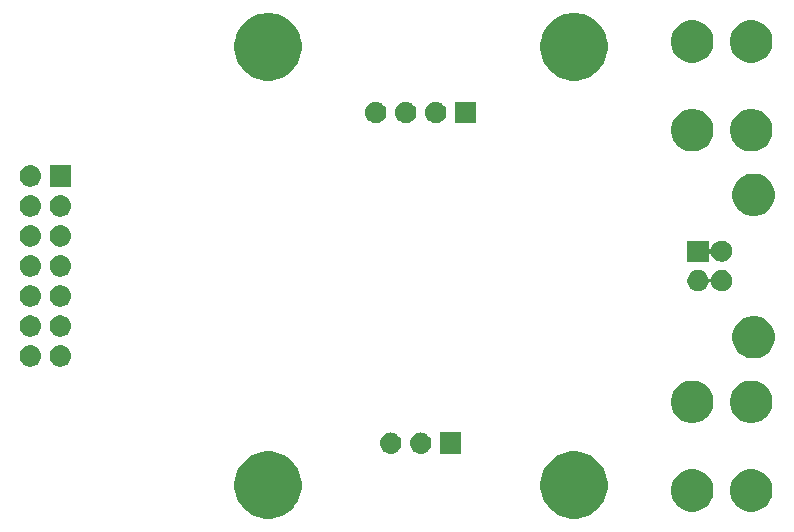
<source format=gbr>
G04 #@! TF.GenerationSoftware,KiCad,Pcbnew,(5.0.2)-1*
G04 #@! TF.CreationDate,2019-03-19T19:21:29-04:00*
G04 #@! TF.ProjectId,Keithley_17X_USB,4b656974-686c-4657-995f-3137585f5553,rev?*
G04 #@! TF.SameCoordinates,Original*
G04 #@! TF.FileFunction,Soldermask,Bot*
G04 #@! TF.FilePolarity,Negative*
%FSLAX46Y46*%
G04 Gerber Fmt 4.6, Leading zero omitted, Abs format (unit mm)*
G04 Created by KiCad (PCBNEW (5.0.2)-1) date 3/19/2019 7:21:29 PM*
%MOMM*%
%LPD*%
G01*
G04 APERTURE LIST*
%ADD10C,0.100000*%
G04 APERTURE END LIST*
D10*
G36*
X122051160Y-87002778D02*
X122331606Y-87058562D01*
X122850455Y-87273476D01*
X123314259Y-87583380D01*
X123317410Y-87585486D01*
X123714514Y-87982590D01*
X123714516Y-87982593D01*
X124026524Y-88449545D01*
X124241438Y-88968394D01*
X124241438Y-88968395D01*
X124326675Y-89396908D01*
X124351000Y-89519201D01*
X124351000Y-90080799D01*
X124241438Y-90631606D01*
X124026524Y-91150455D01*
X123716620Y-91614259D01*
X123714514Y-91617410D01*
X123317410Y-92014514D01*
X123317407Y-92014516D01*
X122850455Y-92326524D01*
X122331606Y-92541438D01*
X121780800Y-92651000D01*
X121219200Y-92651000D01*
X120668394Y-92541438D01*
X120149545Y-92326524D01*
X119682593Y-92014516D01*
X119682590Y-92014514D01*
X119285486Y-91617410D01*
X119283380Y-91614259D01*
X118973476Y-91150455D01*
X118758562Y-90631606D01*
X118649000Y-90080799D01*
X118649000Y-89519201D01*
X118673326Y-89396908D01*
X118758562Y-88968395D01*
X118758562Y-88968394D01*
X118973476Y-88449545D01*
X119285484Y-87982593D01*
X119285486Y-87982590D01*
X119682590Y-87585486D01*
X119685741Y-87583380D01*
X120149545Y-87273476D01*
X120668394Y-87058562D01*
X120948840Y-87002778D01*
X121219200Y-86949000D01*
X121780800Y-86949000D01*
X122051160Y-87002778D01*
X122051160Y-87002778D01*
G37*
G36*
X96151160Y-87002778D02*
X96431606Y-87058562D01*
X96950455Y-87273476D01*
X97414259Y-87583380D01*
X97417410Y-87585486D01*
X97814514Y-87982590D01*
X97814516Y-87982593D01*
X98126524Y-88449545D01*
X98341438Y-88968394D01*
X98341438Y-88968395D01*
X98426675Y-89396908D01*
X98451000Y-89519201D01*
X98451000Y-90080799D01*
X98341438Y-90631606D01*
X98126524Y-91150455D01*
X97816620Y-91614259D01*
X97814514Y-91617410D01*
X97417410Y-92014514D01*
X97417407Y-92014516D01*
X96950455Y-92326524D01*
X96431606Y-92541438D01*
X95880800Y-92651000D01*
X95319200Y-92651000D01*
X94768394Y-92541438D01*
X94249545Y-92326524D01*
X93782593Y-92014516D01*
X93782590Y-92014514D01*
X93385486Y-91617410D01*
X93383380Y-91614259D01*
X93073476Y-91150455D01*
X92858562Y-90631606D01*
X92749000Y-90080799D01*
X92749000Y-89519201D01*
X92773326Y-89396908D01*
X92858562Y-88968395D01*
X92858562Y-88968394D01*
X93073476Y-88449545D01*
X93385484Y-87982593D01*
X93385486Y-87982590D01*
X93782590Y-87585486D01*
X93785741Y-87583380D01*
X94249545Y-87273476D01*
X94768394Y-87058562D01*
X95048840Y-87002778D01*
X95319200Y-86949000D01*
X95880800Y-86949000D01*
X96151160Y-87002778D01*
X96151160Y-87002778D01*
G37*
G36*
X132025331Y-88518211D02*
X132353092Y-88653974D01*
X132648073Y-88851074D01*
X132898926Y-89101927D01*
X133096026Y-89396908D01*
X133231789Y-89724669D01*
X133301000Y-90072616D01*
X133301000Y-90427384D01*
X133231789Y-90775331D01*
X133096026Y-91103092D01*
X132898926Y-91398073D01*
X132648073Y-91648926D01*
X132353092Y-91846026D01*
X132025331Y-91981789D01*
X131677384Y-92051000D01*
X131322616Y-92051000D01*
X130974669Y-91981789D01*
X130646908Y-91846026D01*
X130351927Y-91648926D01*
X130101074Y-91398073D01*
X129903974Y-91103092D01*
X129768211Y-90775331D01*
X129699000Y-90427384D01*
X129699000Y-90072616D01*
X129768211Y-89724669D01*
X129903974Y-89396908D01*
X130101074Y-89101927D01*
X130351927Y-88851074D01*
X130646908Y-88653974D01*
X130974669Y-88518211D01*
X131322616Y-88449000D01*
X131677384Y-88449000D01*
X132025331Y-88518211D01*
X132025331Y-88518211D01*
G37*
G36*
X137025331Y-88518211D02*
X137353092Y-88653974D01*
X137648073Y-88851074D01*
X137898926Y-89101927D01*
X138096026Y-89396908D01*
X138231789Y-89724669D01*
X138301000Y-90072616D01*
X138301000Y-90427384D01*
X138231789Y-90775331D01*
X138096026Y-91103092D01*
X137898926Y-91398073D01*
X137648073Y-91648926D01*
X137353092Y-91846026D01*
X137025331Y-91981789D01*
X136677384Y-92051000D01*
X136322616Y-92051000D01*
X135974669Y-91981789D01*
X135646908Y-91846026D01*
X135351927Y-91648926D01*
X135101074Y-91398073D01*
X134903974Y-91103092D01*
X134768211Y-90775331D01*
X134699000Y-90427384D01*
X134699000Y-90072616D01*
X134768211Y-89724669D01*
X134903974Y-89396908D01*
X135101074Y-89101927D01*
X135351927Y-88851074D01*
X135646908Y-88653974D01*
X135974669Y-88518211D01*
X136322616Y-88449000D01*
X136677384Y-88449000D01*
X137025331Y-88518211D01*
X137025331Y-88518211D01*
G37*
G36*
X106095442Y-85355518D02*
X106161627Y-85362037D01*
X106274853Y-85396384D01*
X106331467Y-85413557D01*
X106470087Y-85487652D01*
X106487991Y-85497222D01*
X106523729Y-85526552D01*
X106625186Y-85609814D01*
X106708448Y-85711271D01*
X106737778Y-85747009D01*
X106737779Y-85747011D01*
X106821443Y-85903533D01*
X106821443Y-85903534D01*
X106872963Y-86073373D01*
X106890359Y-86250000D01*
X106872963Y-86426627D01*
X106838616Y-86539853D01*
X106821443Y-86596467D01*
X106747348Y-86735087D01*
X106737778Y-86752991D01*
X106708448Y-86788729D01*
X106625186Y-86890186D01*
X106523729Y-86973448D01*
X106487991Y-87002778D01*
X106487989Y-87002779D01*
X106331467Y-87086443D01*
X106274853Y-87103616D01*
X106161627Y-87137963D01*
X106095443Y-87144481D01*
X106029260Y-87151000D01*
X105940740Y-87151000D01*
X105874557Y-87144481D01*
X105808373Y-87137963D01*
X105695147Y-87103616D01*
X105638533Y-87086443D01*
X105482011Y-87002779D01*
X105482009Y-87002778D01*
X105446271Y-86973448D01*
X105344814Y-86890186D01*
X105261552Y-86788729D01*
X105232222Y-86752991D01*
X105222652Y-86735087D01*
X105148557Y-86596467D01*
X105131384Y-86539853D01*
X105097037Y-86426627D01*
X105079641Y-86250000D01*
X105097037Y-86073373D01*
X105148557Y-85903534D01*
X105148557Y-85903533D01*
X105232221Y-85747011D01*
X105232222Y-85747009D01*
X105261552Y-85711271D01*
X105344814Y-85609814D01*
X105446271Y-85526552D01*
X105482009Y-85497222D01*
X105499913Y-85487652D01*
X105638533Y-85413557D01*
X105695147Y-85396384D01*
X105808373Y-85362037D01*
X105874558Y-85355518D01*
X105940740Y-85349000D01*
X106029260Y-85349000D01*
X106095442Y-85355518D01*
X106095442Y-85355518D01*
G37*
G36*
X108635442Y-85355518D02*
X108701627Y-85362037D01*
X108814853Y-85396384D01*
X108871467Y-85413557D01*
X109010087Y-85487652D01*
X109027991Y-85497222D01*
X109063729Y-85526552D01*
X109165186Y-85609814D01*
X109248448Y-85711271D01*
X109277778Y-85747009D01*
X109277779Y-85747011D01*
X109361443Y-85903533D01*
X109361443Y-85903534D01*
X109412963Y-86073373D01*
X109430359Y-86250000D01*
X109412963Y-86426627D01*
X109378616Y-86539853D01*
X109361443Y-86596467D01*
X109287348Y-86735087D01*
X109277778Y-86752991D01*
X109248448Y-86788729D01*
X109165186Y-86890186D01*
X109063729Y-86973448D01*
X109027991Y-87002778D01*
X109027989Y-87002779D01*
X108871467Y-87086443D01*
X108814853Y-87103616D01*
X108701627Y-87137963D01*
X108635443Y-87144481D01*
X108569260Y-87151000D01*
X108480740Y-87151000D01*
X108414557Y-87144481D01*
X108348373Y-87137963D01*
X108235147Y-87103616D01*
X108178533Y-87086443D01*
X108022011Y-87002779D01*
X108022009Y-87002778D01*
X107986271Y-86973448D01*
X107884814Y-86890186D01*
X107801552Y-86788729D01*
X107772222Y-86752991D01*
X107762652Y-86735087D01*
X107688557Y-86596467D01*
X107671384Y-86539853D01*
X107637037Y-86426627D01*
X107619641Y-86250000D01*
X107637037Y-86073373D01*
X107688557Y-85903534D01*
X107688557Y-85903533D01*
X107772221Y-85747011D01*
X107772222Y-85747009D01*
X107801552Y-85711271D01*
X107884814Y-85609814D01*
X107986271Y-85526552D01*
X108022009Y-85497222D01*
X108039913Y-85487652D01*
X108178533Y-85413557D01*
X108235147Y-85396384D01*
X108348373Y-85362037D01*
X108414558Y-85355518D01*
X108480740Y-85349000D01*
X108569260Y-85349000D01*
X108635442Y-85355518D01*
X108635442Y-85355518D01*
G37*
G36*
X111966000Y-87151000D02*
X110164000Y-87151000D01*
X110164000Y-85349000D01*
X111966000Y-85349000D01*
X111966000Y-87151000D01*
X111966000Y-87151000D01*
G37*
G36*
X132025331Y-81018211D02*
X132353092Y-81153974D01*
X132648073Y-81351074D01*
X132898926Y-81601927D01*
X133096026Y-81896908D01*
X133231789Y-82224669D01*
X133301000Y-82572616D01*
X133301000Y-82927384D01*
X133231789Y-83275331D01*
X133096026Y-83603092D01*
X132898926Y-83898073D01*
X132648073Y-84148926D01*
X132353092Y-84346026D01*
X132025331Y-84481789D01*
X131677384Y-84551000D01*
X131322616Y-84551000D01*
X130974669Y-84481789D01*
X130646908Y-84346026D01*
X130351927Y-84148926D01*
X130101074Y-83898073D01*
X129903974Y-83603092D01*
X129768211Y-83275331D01*
X129699000Y-82927384D01*
X129699000Y-82572616D01*
X129768211Y-82224669D01*
X129903974Y-81896908D01*
X130101074Y-81601927D01*
X130351927Y-81351074D01*
X130646908Y-81153974D01*
X130974669Y-81018211D01*
X131322616Y-80949000D01*
X131677384Y-80949000D01*
X132025331Y-81018211D01*
X132025331Y-81018211D01*
G37*
G36*
X137025331Y-81018211D02*
X137353092Y-81153974D01*
X137648073Y-81351074D01*
X137898926Y-81601927D01*
X138096026Y-81896908D01*
X138231789Y-82224669D01*
X138301000Y-82572616D01*
X138301000Y-82927384D01*
X138231789Y-83275331D01*
X138096026Y-83603092D01*
X137898926Y-83898073D01*
X137648073Y-84148926D01*
X137353092Y-84346026D01*
X137025331Y-84481789D01*
X136677384Y-84551000D01*
X136322616Y-84551000D01*
X135974669Y-84481789D01*
X135646908Y-84346026D01*
X135351927Y-84148926D01*
X135101074Y-83898073D01*
X134903974Y-83603092D01*
X134768211Y-83275331D01*
X134699000Y-82927384D01*
X134699000Y-82572616D01*
X134768211Y-82224669D01*
X134903974Y-81896908D01*
X135101074Y-81601927D01*
X135351927Y-81351074D01*
X135646908Y-81153974D01*
X135974669Y-81018211D01*
X136322616Y-80949000D01*
X136677384Y-80949000D01*
X137025331Y-81018211D01*
X137025331Y-81018211D01*
G37*
G36*
X78110442Y-77975518D02*
X78176627Y-77982037D01*
X78289853Y-78016384D01*
X78346467Y-78033557D01*
X78485087Y-78107652D01*
X78502991Y-78117222D01*
X78538729Y-78146552D01*
X78640186Y-78229814D01*
X78723448Y-78331271D01*
X78752778Y-78367009D01*
X78752779Y-78367011D01*
X78836443Y-78523533D01*
X78836443Y-78523534D01*
X78887963Y-78693373D01*
X78905359Y-78870000D01*
X78887963Y-79046627D01*
X78853616Y-79159853D01*
X78836443Y-79216467D01*
X78762348Y-79355087D01*
X78752778Y-79372991D01*
X78723448Y-79408729D01*
X78640186Y-79510186D01*
X78538729Y-79593448D01*
X78502991Y-79622778D01*
X78502989Y-79622779D01*
X78346467Y-79706443D01*
X78289853Y-79723616D01*
X78176627Y-79757963D01*
X78110443Y-79764481D01*
X78044260Y-79771000D01*
X77955740Y-79771000D01*
X77889557Y-79764481D01*
X77823373Y-79757963D01*
X77710147Y-79723616D01*
X77653533Y-79706443D01*
X77497011Y-79622779D01*
X77497009Y-79622778D01*
X77461271Y-79593448D01*
X77359814Y-79510186D01*
X77276552Y-79408729D01*
X77247222Y-79372991D01*
X77237652Y-79355087D01*
X77163557Y-79216467D01*
X77146384Y-79159853D01*
X77112037Y-79046627D01*
X77094641Y-78870000D01*
X77112037Y-78693373D01*
X77163557Y-78523534D01*
X77163557Y-78523533D01*
X77247221Y-78367011D01*
X77247222Y-78367009D01*
X77276552Y-78331271D01*
X77359814Y-78229814D01*
X77461271Y-78146552D01*
X77497009Y-78117222D01*
X77514913Y-78107652D01*
X77653533Y-78033557D01*
X77710147Y-78016384D01*
X77823373Y-77982037D01*
X77889558Y-77975518D01*
X77955740Y-77969000D01*
X78044260Y-77969000D01*
X78110442Y-77975518D01*
X78110442Y-77975518D01*
G37*
G36*
X75570442Y-77975518D02*
X75636627Y-77982037D01*
X75749853Y-78016384D01*
X75806467Y-78033557D01*
X75945087Y-78107652D01*
X75962991Y-78117222D01*
X75998729Y-78146552D01*
X76100186Y-78229814D01*
X76183448Y-78331271D01*
X76212778Y-78367009D01*
X76212779Y-78367011D01*
X76296443Y-78523533D01*
X76296443Y-78523534D01*
X76347963Y-78693373D01*
X76365359Y-78870000D01*
X76347963Y-79046627D01*
X76313616Y-79159853D01*
X76296443Y-79216467D01*
X76222348Y-79355087D01*
X76212778Y-79372991D01*
X76183448Y-79408729D01*
X76100186Y-79510186D01*
X75998729Y-79593448D01*
X75962991Y-79622778D01*
X75962989Y-79622779D01*
X75806467Y-79706443D01*
X75749853Y-79723616D01*
X75636627Y-79757963D01*
X75570443Y-79764481D01*
X75504260Y-79771000D01*
X75415740Y-79771000D01*
X75349557Y-79764481D01*
X75283373Y-79757963D01*
X75170147Y-79723616D01*
X75113533Y-79706443D01*
X74957011Y-79622779D01*
X74957009Y-79622778D01*
X74921271Y-79593448D01*
X74819814Y-79510186D01*
X74736552Y-79408729D01*
X74707222Y-79372991D01*
X74697652Y-79355087D01*
X74623557Y-79216467D01*
X74606384Y-79159853D01*
X74572037Y-79046627D01*
X74554641Y-78870000D01*
X74572037Y-78693373D01*
X74623557Y-78523534D01*
X74623557Y-78523533D01*
X74707221Y-78367011D01*
X74707222Y-78367009D01*
X74736552Y-78331271D01*
X74819814Y-78229814D01*
X74921271Y-78146552D01*
X74957009Y-78117222D01*
X74974913Y-78107652D01*
X75113533Y-78033557D01*
X75170147Y-78016384D01*
X75283373Y-77982037D01*
X75349558Y-77975518D01*
X75415740Y-77969000D01*
X75504260Y-77969000D01*
X75570442Y-77975518D01*
X75570442Y-77975518D01*
G37*
G36*
X137235331Y-75538211D02*
X137563092Y-75673974D01*
X137858073Y-75871074D01*
X138108926Y-76121927D01*
X138306026Y-76416908D01*
X138441789Y-76744669D01*
X138511000Y-77092616D01*
X138511000Y-77447384D01*
X138441789Y-77795331D01*
X138306026Y-78123092D01*
X138108926Y-78418073D01*
X137858073Y-78668926D01*
X137563092Y-78866026D01*
X137235331Y-79001789D01*
X136887384Y-79071000D01*
X136532616Y-79071000D01*
X136184669Y-79001789D01*
X135856908Y-78866026D01*
X135561927Y-78668926D01*
X135311074Y-78418073D01*
X135113974Y-78123092D01*
X134978211Y-77795331D01*
X134909000Y-77447384D01*
X134909000Y-77092616D01*
X134978211Y-76744669D01*
X135113974Y-76416908D01*
X135311074Y-76121927D01*
X135561927Y-75871074D01*
X135856908Y-75673974D01*
X136184669Y-75538211D01*
X136532616Y-75469000D01*
X136887384Y-75469000D01*
X137235331Y-75538211D01*
X137235331Y-75538211D01*
G37*
G36*
X78110443Y-75435519D02*
X78176627Y-75442037D01*
X78265512Y-75469000D01*
X78346467Y-75493557D01*
X78430009Y-75538212D01*
X78502991Y-75577222D01*
X78538729Y-75606552D01*
X78640186Y-75689814D01*
X78723448Y-75791271D01*
X78752778Y-75827009D01*
X78752779Y-75827011D01*
X78836443Y-75983533D01*
X78836443Y-75983534D01*
X78887963Y-76153373D01*
X78905359Y-76330000D01*
X78887963Y-76506627D01*
X78853616Y-76619853D01*
X78836443Y-76676467D01*
X78762348Y-76815087D01*
X78752778Y-76832991D01*
X78723448Y-76868729D01*
X78640186Y-76970186D01*
X78538729Y-77053448D01*
X78502991Y-77082778D01*
X78502989Y-77082779D01*
X78346467Y-77166443D01*
X78289853Y-77183616D01*
X78176627Y-77217963D01*
X78110443Y-77224481D01*
X78044260Y-77231000D01*
X77955740Y-77231000D01*
X77889557Y-77224481D01*
X77823373Y-77217963D01*
X77710147Y-77183616D01*
X77653533Y-77166443D01*
X77497011Y-77082779D01*
X77497009Y-77082778D01*
X77461271Y-77053448D01*
X77359814Y-76970186D01*
X77276552Y-76868729D01*
X77247222Y-76832991D01*
X77237652Y-76815087D01*
X77163557Y-76676467D01*
X77146384Y-76619853D01*
X77112037Y-76506627D01*
X77094641Y-76330000D01*
X77112037Y-76153373D01*
X77163557Y-75983534D01*
X77163557Y-75983533D01*
X77247221Y-75827011D01*
X77247222Y-75827009D01*
X77276552Y-75791271D01*
X77359814Y-75689814D01*
X77461271Y-75606552D01*
X77497009Y-75577222D01*
X77569991Y-75538212D01*
X77653533Y-75493557D01*
X77734488Y-75469000D01*
X77823373Y-75442037D01*
X77889557Y-75435519D01*
X77955740Y-75429000D01*
X78044260Y-75429000D01*
X78110443Y-75435519D01*
X78110443Y-75435519D01*
G37*
G36*
X75570443Y-75435519D02*
X75636627Y-75442037D01*
X75725512Y-75469000D01*
X75806467Y-75493557D01*
X75890009Y-75538212D01*
X75962991Y-75577222D01*
X75998729Y-75606552D01*
X76100186Y-75689814D01*
X76183448Y-75791271D01*
X76212778Y-75827009D01*
X76212779Y-75827011D01*
X76296443Y-75983533D01*
X76296443Y-75983534D01*
X76347963Y-76153373D01*
X76365359Y-76330000D01*
X76347963Y-76506627D01*
X76313616Y-76619853D01*
X76296443Y-76676467D01*
X76222348Y-76815087D01*
X76212778Y-76832991D01*
X76183448Y-76868729D01*
X76100186Y-76970186D01*
X75998729Y-77053448D01*
X75962991Y-77082778D01*
X75962989Y-77082779D01*
X75806467Y-77166443D01*
X75749853Y-77183616D01*
X75636627Y-77217963D01*
X75570443Y-77224481D01*
X75504260Y-77231000D01*
X75415740Y-77231000D01*
X75349557Y-77224481D01*
X75283373Y-77217963D01*
X75170147Y-77183616D01*
X75113533Y-77166443D01*
X74957011Y-77082779D01*
X74957009Y-77082778D01*
X74921271Y-77053448D01*
X74819814Y-76970186D01*
X74736552Y-76868729D01*
X74707222Y-76832991D01*
X74697652Y-76815087D01*
X74623557Y-76676467D01*
X74606384Y-76619853D01*
X74572037Y-76506627D01*
X74554641Y-76330000D01*
X74572037Y-76153373D01*
X74623557Y-75983534D01*
X74623557Y-75983533D01*
X74707221Y-75827011D01*
X74707222Y-75827009D01*
X74736552Y-75791271D01*
X74819814Y-75689814D01*
X74921271Y-75606552D01*
X74957009Y-75577222D01*
X75029991Y-75538212D01*
X75113533Y-75493557D01*
X75194488Y-75469000D01*
X75283373Y-75442037D01*
X75349557Y-75435519D01*
X75415740Y-75429000D01*
X75504260Y-75429000D01*
X75570443Y-75435519D01*
X75570443Y-75435519D01*
G37*
G36*
X78110442Y-72895518D02*
X78176627Y-72902037D01*
X78258200Y-72926782D01*
X78346467Y-72953557D01*
X78485087Y-73027652D01*
X78502991Y-73037222D01*
X78538729Y-73066552D01*
X78640186Y-73149814D01*
X78723448Y-73251271D01*
X78752778Y-73287009D01*
X78752779Y-73287011D01*
X78836443Y-73443533D01*
X78836443Y-73443534D01*
X78887963Y-73613373D01*
X78905359Y-73790000D01*
X78887963Y-73966627D01*
X78853616Y-74079853D01*
X78836443Y-74136467D01*
X78762348Y-74275087D01*
X78752778Y-74292991D01*
X78723448Y-74328729D01*
X78640186Y-74430186D01*
X78538729Y-74513448D01*
X78502991Y-74542778D01*
X78502989Y-74542779D01*
X78346467Y-74626443D01*
X78289853Y-74643616D01*
X78176627Y-74677963D01*
X78110442Y-74684482D01*
X78044260Y-74691000D01*
X77955740Y-74691000D01*
X77889558Y-74684482D01*
X77823373Y-74677963D01*
X77710147Y-74643616D01*
X77653533Y-74626443D01*
X77497011Y-74542779D01*
X77497009Y-74542778D01*
X77461271Y-74513448D01*
X77359814Y-74430186D01*
X77276552Y-74328729D01*
X77247222Y-74292991D01*
X77237652Y-74275087D01*
X77163557Y-74136467D01*
X77146384Y-74079853D01*
X77112037Y-73966627D01*
X77094641Y-73790000D01*
X77112037Y-73613373D01*
X77163557Y-73443534D01*
X77163557Y-73443533D01*
X77247221Y-73287011D01*
X77247222Y-73287009D01*
X77276552Y-73251271D01*
X77359814Y-73149814D01*
X77461271Y-73066552D01*
X77497009Y-73037222D01*
X77514913Y-73027652D01*
X77653533Y-72953557D01*
X77741800Y-72926782D01*
X77823373Y-72902037D01*
X77889558Y-72895518D01*
X77955740Y-72889000D01*
X78044260Y-72889000D01*
X78110442Y-72895518D01*
X78110442Y-72895518D01*
G37*
G36*
X75570442Y-72895518D02*
X75636627Y-72902037D01*
X75718200Y-72926782D01*
X75806467Y-72953557D01*
X75945087Y-73027652D01*
X75962991Y-73037222D01*
X75998729Y-73066552D01*
X76100186Y-73149814D01*
X76183448Y-73251271D01*
X76212778Y-73287009D01*
X76212779Y-73287011D01*
X76296443Y-73443533D01*
X76296443Y-73443534D01*
X76347963Y-73613373D01*
X76365359Y-73790000D01*
X76347963Y-73966627D01*
X76313616Y-74079853D01*
X76296443Y-74136467D01*
X76222348Y-74275087D01*
X76212778Y-74292991D01*
X76183448Y-74328729D01*
X76100186Y-74430186D01*
X75998729Y-74513448D01*
X75962991Y-74542778D01*
X75962989Y-74542779D01*
X75806467Y-74626443D01*
X75749853Y-74643616D01*
X75636627Y-74677963D01*
X75570442Y-74684482D01*
X75504260Y-74691000D01*
X75415740Y-74691000D01*
X75349558Y-74684482D01*
X75283373Y-74677963D01*
X75170147Y-74643616D01*
X75113533Y-74626443D01*
X74957011Y-74542779D01*
X74957009Y-74542778D01*
X74921271Y-74513448D01*
X74819814Y-74430186D01*
X74736552Y-74328729D01*
X74707222Y-74292991D01*
X74697652Y-74275087D01*
X74623557Y-74136467D01*
X74606384Y-74079853D01*
X74572037Y-73966627D01*
X74554641Y-73790000D01*
X74572037Y-73613373D01*
X74623557Y-73443534D01*
X74623557Y-73443533D01*
X74707221Y-73287011D01*
X74707222Y-73287009D01*
X74736552Y-73251271D01*
X74819814Y-73149814D01*
X74921271Y-73066552D01*
X74957009Y-73037222D01*
X74974913Y-73027652D01*
X75113533Y-72953557D01*
X75201800Y-72926782D01*
X75283373Y-72902037D01*
X75349558Y-72895518D01*
X75415740Y-72889000D01*
X75504260Y-72889000D01*
X75570442Y-72895518D01*
X75570442Y-72895518D01*
G37*
G36*
X132262812Y-71633624D02*
X132426784Y-71701544D01*
X132574354Y-71800147D01*
X132699853Y-71925646D01*
X132798456Y-72073216D01*
X132866376Y-72237188D01*
X132877404Y-72292633D01*
X132884515Y-72316074D01*
X132896067Y-72337685D01*
X132911612Y-72356627D01*
X132930554Y-72372172D01*
X132952165Y-72383723D01*
X132975614Y-72390836D01*
X133000000Y-72393238D01*
X133024387Y-72390836D01*
X133047836Y-72383723D01*
X133069447Y-72372171D01*
X133088389Y-72356626D01*
X133103934Y-72337684D01*
X133115485Y-72316073D01*
X133122596Y-72292633D01*
X133133624Y-72237188D01*
X133201544Y-72073216D01*
X133300147Y-71925646D01*
X133425646Y-71800147D01*
X133573216Y-71701544D01*
X133737188Y-71633624D01*
X133911259Y-71599000D01*
X134088741Y-71599000D01*
X134262812Y-71633624D01*
X134426784Y-71701544D01*
X134574354Y-71800147D01*
X134699853Y-71925646D01*
X134798456Y-72073216D01*
X134866376Y-72237188D01*
X134901000Y-72411259D01*
X134901000Y-72588741D01*
X134866376Y-72762812D01*
X134798456Y-72926784D01*
X134699853Y-73074354D01*
X134574354Y-73199853D01*
X134426784Y-73298456D01*
X134262812Y-73366376D01*
X134088741Y-73401000D01*
X133911259Y-73401000D01*
X133737188Y-73366376D01*
X133573216Y-73298456D01*
X133425646Y-73199853D01*
X133300147Y-73074354D01*
X133201544Y-72926784D01*
X133133624Y-72762812D01*
X133122596Y-72707367D01*
X133115485Y-72683926D01*
X133103933Y-72662315D01*
X133088388Y-72643373D01*
X133069446Y-72627828D01*
X133047835Y-72616277D01*
X133024386Y-72609164D01*
X133000000Y-72606762D01*
X132975613Y-72609164D01*
X132952164Y-72616277D01*
X132930553Y-72627829D01*
X132911611Y-72643374D01*
X132896066Y-72662316D01*
X132884515Y-72683927D01*
X132877404Y-72707367D01*
X132866376Y-72762812D01*
X132798456Y-72926784D01*
X132699853Y-73074354D01*
X132574354Y-73199853D01*
X132426784Y-73298456D01*
X132262812Y-73366376D01*
X132088741Y-73401000D01*
X131911259Y-73401000D01*
X131737188Y-73366376D01*
X131573216Y-73298456D01*
X131425646Y-73199853D01*
X131300147Y-73074354D01*
X131201544Y-72926784D01*
X131133624Y-72762812D01*
X131099000Y-72588741D01*
X131099000Y-72411259D01*
X131133624Y-72237188D01*
X131201544Y-72073216D01*
X131300147Y-71925646D01*
X131425646Y-71800147D01*
X131573216Y-71701544D01*
X131737188Y-71633624D01*
X131911259Y-71599000D01*
X132088741Y-71599000D01*
X132262812Y-71633624D01*
X132262812Y-71633624D01*
G37*
G36*
X78110443Y-70355519D02*
X78176627Y-70362037D01*
X78289853Y-70396384D01*
X78346467Y-70413557D01*
X78485087Y-70487652D01*
X78502991Y-70497222D01*
X78538729Y-70526552D01*
X78640186Y-70609814D01*
X78714078Y-70699853D01*
X78752778Y-70747009D01*
X78752779Y-70747011D01*
X78836443Y-70903533D01*
X78836443Y-70903534D01*
X78887963Y-71073373D01*
X78905359Y-71250000D01*
X78887963Y-71426627D01*
X78853616Y-71539853D01*
X78836443Y-71596467D01*
X78816581Y-71633625D01*
X78752778Y-71752991D01*
X78723448Y-71788729D01*
X78640186Y-71890186D01*
X78538729Y-71973448D01*
X78502991Y-72002778D01*
X78502989Y-72002779D01*
X78346467Y-72086443D01*
X78289853Y-72103616D01*
X78176627Y-72137963D01*
X78110443Y-72144481D01*
X78044260Y-72151000D01*
X77955740Y-72151000D01*
X77889557Y-72144481D01*
X77823373Y-72137963D01*
X77710147Y-72103616D01*
X77653533Y-72086443D01*
X77497011Y-72002779D01*
X77497009Y-72002778D01*
X77461271Y-71973448D01*
X77359814Y-71890186D01*
X77276552Y-71788729D01*
X77247222Y-71752991D01*
X77183419Y-71633625D01*
X77163557Y-71596467D01*
X77146384Y-71539853D01*
X77112037Y-71426627D01*
X77094641Y-71250000D01*
X77112037Y-71073373D01*
X77163557Y-70903534D01*
X77163557Y-70903533D01*
X77247221Y-70747011D01*
X77247222Y-70747009D01*
X77285922Y-70699853D01*
X77359814Y-70609814D01*
X77461271Y-70526552D01*
X77497009Y-70497222D01*
X77514913Y-70487652D01*
X77653533Y-70413557D01*
X77710147Y-70396384D01*
X77823373Y-70362037D01*
X77889557Y-70355519D01*
X77955740Y-70349000D01*
X78044260Y-70349000D01*
X78110443Y-70355519D01*
X78110443Y-70355519D01*
G37*
G36*
X75570443Y-70355519D02*
X75636627Y-70362037D01*
X75749853Y-70396384D01*
X75806467Y-70413557D01*
X75945087Y-70487652D01*
X75962991Y-70497222D01*
X75998729Y-70526552D01*
X76100186Y-70609814D01*
X76174078Y-70699853D01*
X76212778Y-70747009D01*
X76212779Y-70747011D01*
X76296443Y-70903533D01*
X76296443Y-70903534D01*
X76347963Y-71073373D01*
X76365359Y-71250000D01*
X76347963Y-71426627D01*
X76313616Y-71539853D01*
X76296443Y-71596467D01*
X76276581Y-71633625D01*
X76212778Y-71752991D01*
X76183448Y-71788729D01*
X76100186Y-71890186D01*
X75998729Y-71973448D01*
X75962991Y-72002778D01*
X75962989Y-72002779D01*
X75806467Y-72086443D01*
X75749853Y-72103616D01*
X75636627Y-72137963D01*
X75570443Y-72144481D01*
X75504260Y-72151000D01*
X75415740Y-72151000D01*
X75349557Y-72144481D01*
X75283373Y-72137963D01*
X75170147Y-72103616D01*
X75113533Y-72086443D01*
X74957011Y-72002779D01*
X74957009Y-72002778D01*
X74921271Y-71973448D01*
X74819814Y-71890186D01*
X74736552Y-71788729D01*
X74707222Y-71752991D01*
X74643419Y-71633625D01*
X74623557Y-71596467D01*
X74606384Y-71539853D01*
X74572037Y-71426627D01*
X74554641Y-71250000D01*
X74572037Y-71073373D01*
X74623557Y-70903534D01*
X74623557Y-70903533D01*
X74707221Y-70747011D01*
X74707222Y-70747009D01*
X74745922Y-70699853D01*
X74819814Y-70609814D01*
X74921271Y-70526552D01*
X74957009Y-70497222D01*
X74974913Y-70487652D01*
X75113533Y-70413557D01*
X75170147Y-70396384D01*
X75283373Y-70362037D01*
X75349557Y-70355519D01*
X75415740Y-70349000D01*
X75504260Y-70349000D01*
X75570443Y-70355519D01*
X75570443Y-70355519D01*
G37*
G36*
X132901000Y-69670378D02*
X132903402Y-69694764D01*
X132910515Y-69718213D01*
X132922066Y-69739824D01*
X132937612Y-69758766D01*
X132956554Y-69774312D01*
X132978165Y-69785863D01*
X133001614Y-69792976D01*
X133026000Y-69795378D01*
X133050386Y-69792976D01*
X133073835Y-69785863D01*
X133095446Y-69774312D01*
X133114388Y-69758766D01*
X133129934Y-69739824D01*
X133141480Y-69718223D01*
X133201544Y-69573216D01*
X133300147Y-69425646D01*
X133425646Y-69300147D01*
X133573216Y-69201544D01*
X133737188Y-69133624D01*
X133911259Y-69099000D01*
X134088741Y-69099000D01*
X134262812Y-69133624D01*
X134426784Y-69201544D01*
X134574354Y-69300147D01*
X134699853Y-69425646D01*
X134798456Y-69573216D01*
X134866376Y-69737188D01*
X134901000Y-69911259D01*
X134901000Y-70088741D01*
X134866376Y-70262812D01*
X134798456Y-70426784D01*
X134699853Y-70574354D01*
X134574354Y-70699853D01*
X134426784Y-70798456D01*
X134262812Y-70866376D01*
X134088741Y-70901000D01*
X133911259Y-70901000D01*
X133737188Y-70866376D01*
X133573216Y-70798456D01*
X133425646Y-70699853D01*
X133300147Y-70574354D01*
X133201544Y-70426784D01*
X133141480Y-70281777D01*
X133129934Y-70260176D01*
X133114388Y-70241234D01*
X133095446Y-70225688D01*
X133073835Y-70214137D01*
X133050386Y-70207024D01*
X133026000Y-70204622D01*
X133001614Y-70207024D01*
X132978165Y-70214137D01*
X132956554Y-70225688D01*
X132937612Y-70241234D01*
X132922066Y-70260176D01*
X132910515Y-70281787D01*
X132903402Y-70305236D01*
X132901000Y-70329622D01*
X132901000Y-70901000D01*
X131099000Y-70901000D01*
X131099000Y-69099000D01*
X132901000Y-69099000D01*
X132901000Y-69670378D01*
X132901000Y-69670378D01*
G37*
G36*
X78110442Y-67815518D02*
X78176627Y-67822037D01*
X78289853Y-67856384D01*
X78346467Y-67873557D01*
X78485087Y-67947652D01*
X78502991Y-67957222D01*
X78538729Y-67986552D01*
X78640186Y-68069814D01*
X78723448Y-68171271D01*
X78752778Y-68207009D01*
X78752779Y-68207011D01*
X78836443Y-68363533D01*
X78836443Y-68363534D01*
X78887963Y-68533373D01*
X78905359Y-68710000D01*
X78887963Y-68886627D01*
X78853616Y-68999853D01*
X78836443Y-69056467D01*
X78762348Y-69195087D01*
X78752778Y-69212991D01*
X78723448Y-69248729D01*
X78640186Y-69350186D01*
X78548240Y-69425643D01*
X78502991Y-69462778D01*
X78502989Y-69462779D01*
X78346467Y-69546443D01*
X78289853Y-69563616D01*
X78176627Y-69597963D01*
X78110443Y-69604481D01*
X78044260Y-69611000D01*
X77955740Y-69611000D01*
X77889557Y-69604481D01*
X77823373Y-69597963D01*
X77710147Y-69563616D01*
X77653533Y-69546443D01*
X77497011Y-69462779D01*
X77497009Y-69462778D01*
X77451760Y-69425643D01*
X77359814Y-69350186D01*
X77276552Y-69248729D01*
X77247222Y-69212991D01*
X77237652Y-69195087D01*
X77163557Y-69056467D01*
X77146384Y-68999853D01*
X77112037Y-68886627D01*
X77094641Y-68710000D01*
X77112037Y-68533373D01*
X77163557Y-68363534D01*
X77163557Y-68363533D01*
X77247221Y-68207011D01*
X77247222Y-68207009D01*
X77276552Y-68171271D01*
X77359814Y-68069814D01*
X77461271Y-67986552D01*
X77497009Y-67957222D01*
X77514913Y-67947652D01*
X77653533Y-67873557D01*
X77710147Y-67856384D01*
X77823373Y-67822037D01*
X77889558Y-67815518D01*
X77955740Y-67809000D01*
X78044260Y-67809000D01*
X78110442Y-67815518D01*
X78110442Y-67815518D01*
G37*
G36*
X75570442Y-67815518D02*
X75636627Y-67822037D01*
X75749853Y-67856384D01*
X75806467Y-67873557D01*
X75945087Y-67947652D01*
X75962991Y-67957222D01*
X75998729Y-67986552D01*
X76100186Y-68069814D01*
X76183448Y-68171271D01*
X76212778Y-68207009D01*
X76212779Y-68207011D01*
X76296443Y-68363533D01*
X76296443Y-68363534D01*
X76347963Y-68533373D01*
X76365359Y-68710000D01*
X76347963Y-68886627D01*
X76313616Y-68999853D01*
X76296443Y-69056467D01*
X76222348Y-69195087D01*
X76212778Y-69212991D01*
X76183448Y-69248729D01*
X76100186Y-69350186D01*
X76008240Y-69425643D01*
X75962991Y-69462778D01*
X75962989Y-69462779D01*
X75806467Y-69546443D01*
X75749853Y-69563616D01*
X75636627Y-69597963D01*
X75570443Y-69604481D01*
X75504260Y-69611000D01*
X75415740Y-69611000D01*
X75349557Y-69604481D01*
X75283373Y-69597963D01*
X75170147Y-69563616D01*
X75113533Y-69546443D01*
X74957011Y-69462779D01*
X74957009Y-69462778D01*
X74911760Y-69425643D01*
X74819814Y-69350186D01*
X74736552Y-69248729D01*
X74707222Y-69212991D01*
X74697652Y-69195087D01*
X74623557Y-69056467D01*
X74606384Y-68999853D01*
X74572037Y-68886627D01*
X74554641Y-68710000D01*
X74572037Y-68533373D01*
X74623557Y-68363534D01*
X74623557Y-68363533D01*
X74707221Y-68207011D01*
X74707222Y-68207009D01*
X74736552Y-68171271D01*
X74819814Y-68069814D01*
X74921271Y-67986552D01*
X74957009Y-67957222D01*
X74974913Y-67947652D01*
X75113533Y-67873557D01*
X75170147Y-67856384D01*
X75283373Y-67822037D01*
X75349558Y-67815518D01*
X75415740Y-67809000D01*
X75504260Y-67809000D01*
X75570442Y-67815518D01*
X75570442Y-67815518D01*
G37*
G36*
X78110443Y-65275519D02*
X78176627Y-65282037D01*
X78289853Y-65316384D01*
X78346467Y-65333557D01*
X78484584Y-65407383D01*
X78502991Y-65417222D01*
X78538729Y-65446552D01*
X78640186Y-65529814D01*
X78723448Y-65631271D01*
X78752778Y-65667009D01*
X78752779Y-65667011D01*
X78836443Y-65823533D01*
X78836443Y-65823534D01*
X78887963Y-65993373D01*
X78905359Y-66170000D01*
X78887963Y-66346627D01*
X78878424Y-66378073D01*
X78836443Y-66516467D01*
X78776330Y-66628928D01*
X78752778Y-66672991D01*
X78723448Y-66708729D01*
X78640186Y-66810186D01*
X78538729Y-66893448D01*
X78502991Y-66922778D01*
X78502989Y-66922779D01*
X78346467Y-67006443D01*
X78289853Y-67023616D01*
X78176627Y-67057963D01*
X78110443Y-67064481D01*
X78044260Y-67071000D01*
X77955740Y-67071000D01*
X77889557Y-67064481D01*
X77823373Y-67057963D01*
X77710147Y-67023616D01*
X77653533Y-67006443D01*
X77497011Y-66922779D01*
X77497009Y-66922778D01*
X77461271Y-66893448D01*
X77359814Y-66810186D01*
X77276552Y-66708729D01*
X77247222Y-66672991D01*
X77223670Y-66628928D01*
X77163557Y-66516467D01*
X77121576Y-66378073D01*
X77112037Y-66346627D01*
X77094641Y-66170000D01*
X77112037Y-65993373D01*
X77163557Y-65823534D01*
X77163557Y-65823533D01*
X77247221Y-65667011D01*
X77247222Y-65667009D01*
X77276552Y-65631271D01*
X77359814Y-65529814D01*
X77461271Y-65446552D01*
X77497009Y-65417222D01*
X77515416Y-65407383D01*
X77653533Y-65333557D01*
X77710147Y-65316384D01*
X77823373Y-65282037D01*
X77889557Y-65275519D01*
X77955740Y-65269000D01*
X78044260Y-65269000D01*
X78110443Y-65275519D01*
X78110443Y-65275519D01*
G37*
G36*
X75570443Y-65275519D02*
X75636627Y-65282037D01*
X75749853Y-65316384D01*
X75806467Y-65333557D01*
X75944584Y-65407383D01*
X75962991Y-65417222D01*
X75998729Y-65446552D01*
X76100186Y-65529814D01*
X76183448Y-65631271D01*
X76212778Y-65667009D01*
X76212779Y-65667011D01*
X76296443Y-65823533D01*
X76296443Y-65823534D01*
X76347963Y-65993373D01*
X76365359Y-66170000D01*
X76347963Y-66346627D01*
X76338424Y-66378073D01*
X76296443Y-66516467D01*
X76236330Y-66628928D01*
X76212778Y-66672991D01*
X76183448Y-66708729D01*
X76100186Y-66810186D01*
X75998729Y-66893448D01*
X75962991Y-66922778D01*
X75962989Y-66922779D01*
X75806467Y-67006443D01*
X75749853Y-67023616D01*
X75636627Y-67057963D01*
X75570443Y-67064481D01*
X75504260Y-67071000D01*
X75415740Y-67071000D01*
X75349557Y-67064481D01*
X75283373Y-67057963D01*
X75170147Y-67023616D01*
X75113533Y-67006443D01*
X74957011Y-66922779D01*
X74957009Y-66922778D01*
X74921271Y-66893448D01*
X74819814Y-66810186D01*
X74736552Y-66708729D01*
X74707222Y-66672991D01*
X74683670Y-66628928D01*
X74623557Y-66516467D01*
X74581576Y-66378073D01*
X74572037Y-66346627D01*
X74554641Y-66170000D01*
X74572037Y-65993373D01*
X74623557Y-65823534D01*
X74623557Y-65823533D01*
X74707221Y-65667011D01*
X74707222Y-65667009D01*
X74736552Y-65631271D01*
X74819814Y-65529814D01*
X74921271Y-65446552D01*
X74957009Y-65417222D01*
X74975416Y-65407383D01*
X75113533Y-65333557D01*
X75170147Y-65316384D01*
X75283373Y-65282037D01*
X75349557Y-65275519D01*
X75415740Y-65269000D01*
X75504260Y-65269000D01*
X75570443Y-65275519D01*
X75570443Y-65275519D01*
G37*
G36*
X137235331Y-63498211D02*
X137563092Y-63633974D01*
X137858073Y-63831074D01*
X138108926Y-64081927D01*
X138306026Y-64376908D01*
X138441789Y-64704669D01*
X138511000Y-65052616D01*
X138511000Y-65407384D01*
X138441789Y-65755331D01*
X138306026Y-66083092D01*
X138108926Y-66378073D01*
X137858073Y-66628926D01*
X137563092Y-66826026D01*
X137235331Y-66961789D01*
X136887384Y-67031000D01*
X136532616Y-67031000D01*
X136184669Y-66961789D01*
X135856908Y-66826026D01*
X135561927Y-66628926D01*
X135311074Y-66378073D01*
X135113974Y-66083092D01*
X134978211Y-65755331D01*
X134909000Y-65407384D01*
X134909000Y-65052616D01*
X134978211Y-64704669D01*
X135113974Y-64376908D01*
X135311074Y-64081927D01*
X135561927Y-63831074D01*
X135856908Y-63633974D01*
X136184669Y-63498211D01*
X136532616Y-63429000D01*
X136887384Y-63429000D01*
X137235331Y-63498211D01*
X137235331Y-63498211D01*
G37*
G36*
X78901000Y-64531000D02*
X77099000Y-64531000D01*
X77099000Y-62729000D01*
X78901000Y-62729000D01*
X78901000Y-64531000D01*
X78901000Y-64531000D01*
G37*
G36*
X75570443Y-62735519D02*
X75636627Y-62742037D01*
X75749853Y-62776384D01*
X75806467Y-62793557D01*
X75945087Y-62867652D01*
X75962991Y-62877222D01*
X75998729Y-62906552D01*
X76100186Y-62989814D01*
X76183448Y-63091271D01*
X76212778Y-63127009D01*
X76212779Y-63127011D01*
X76296443Y-63283533D01*
X76296443Y-63283534D01*
X76347963Y-63453373D01*
X76365359Y-63630000D01*
X76347963Y-63806627D01*
X76340547Y-63831074D01*
X76296443Y-63976467D01*
X76240071Y-64081930D01*
X76212778Y-64132991D01*
X76183448Y-64168729D01*
X76100186Y-64270186D01*
X75998729Y-64353448D01*
X75962991Y-64382778D01*
X75962989Y-64382779D01*
X75806467Y-64466443D01*
X75749853Y-64483616D01*
X75636627Y-64517963D01*
X75570442Y-64524482D01*
X75504260Y-64531000D01*
X75415740Y-64531000D01*
X75349558Y-64524482D01*
X75283373Y-64517963D01*
X75170147Y-64483616D01*
X75113533Y-64466443D01*
X74957011Y-64382779D01*
X74957009Y-64382778D01*
X74921271Y-64353448D01*
X74819814Y-64270186D01*
X74736552Y-64168729D01*
X74707222Y-64132991D01*
X74679929Y-64081930D01*
X74623557Y-63976467D01*
X74579453Y-63831074D01*
X74572037Y-63806627D01*
X74554641Y-63630000D01*
X74572037Y-63453373D01*
X74623557Y-63283534D01*
X74623557Y-63283533D01*
X74707221Y-63127011D01*
X74707222Y-63127009D01*
X74736552Y-63091271D01*
X74819814Y-62989814D01*
X74921271Y-62906552D01*
X74957009Y-62877222D01*
X74974913Y-62867652D01*
X75113533Y-62793557D01*
X75170147Y-62776384D01*
X75283373Y-62742037D01*
X75349557Y-62735519D01*
X75415740Y-62729000D01*
X75504260Y-62729000D01*
X75570443Y-62735519D01*
X75570443Y-62735519D01*
G37*
G36*
X137025331Y-58018211D02*
X137353092Y-58153974D01*
X137648073Y-58351074D01*
X137898926Y-58601927D01*
X138096026Y-58896908D01*
X138231789Y-59224669D01*
X138301000Y-59572616D01*
X138301000Y-59927384D01*
X138231789Y-60275331D01*
X138096026Y-60603092D01*
X137898926Y-60898073D01*
X137648073Y-61148926D01*
X137353092Y-61346026D01*
X137025331Y-61481789D01*
X136677384Y-61551000D01*
X136322616Y-61551000D01*
X135974669Y-61481789D01*
X135646908Y-61346026D01*
X135351927Y-61148926D01*
X135101074Y-60898073D01*
X134903974Y-60603092D01*
X134768211Y-60275331D01*
X134699000Y-59927384D01*
X134699000Y-59572616D01*
X134768211Y-59224669D01*
X134903974Y-58896908D01*
X135101074Y-58601927D01*
X135351927Y-58351074D01*
X135646908Y-58153974D01*
X135974669Y-58018211D01*
X136322616Y-57949000D01*
X136677384Y-57949000D01*
X137025331Y-58018211D01*
X137025331Y-58018211D01*
G37*
G36*
X132025331Y-58018211D02*
X132353092Y-58153974D01*
X132648073Y-58351074D01*
X132898926Y-58601927D01*
X133096026Y-58896908D01*
X133231789Y-59224669D01*
X133301000Y-59572616D01*
X133301000Y-59927384D01*
X133231789Y-60275331D01*
X133096026Y-60603092D01*
X132898926Y-60898073D01*
X132648073Y-61148926D01*
X132353092Y-61346026D01*
X132025331Y-61481789D01*
X131677384Y-61551000D01*
X131322616Y-61551000D01*
X130974669Y-61481789D01*
X130646908Y-61346026D01*
X130351927Y-61148926D01*
X130101074Y-60898073D01*
X129903974Y-60603092D01*
X129768211Y-60275331D01*
X129699000Y-59927384D01*
X129699000Y-59572616D01*
X129768211Y-59224669D01*
X129903974Y-58896908D01*
X130101074Y-58601927D01*
X130351927Y-58351074D01*
X130646908Y-58153974D01*
X130974669Y-58018211D01*
X131322616Y-57949000D01*
X131677384Y-57949000D01*
X132025331Y-58018211D01*
X132025331Y-58018211D01*
G37*
G36*
X104830443Y-57355519D02*
X104896627Y-57362037D01*
X105009853Y-57396384D01*
X105066467Y-57413557D01*
X105205087Y-57487652D01*
X105222991Y-57497222D01*
X105258729Y-57526552D01*
X105360186Y-57609814D01*
X105443448Y-57711271D01*
X105472778Y-57747009D01*
X105472779Y-57747011D01*
X105556443Y-57903533D01*
X105556443Y-57903534D01*
X105607963Y-58073373D01*
X105625359Y-58250000D01*
X105607963Y-58426627D01*
X105573616Y-58539853D01*
X105556443Y-58596467D01*
X105482348Y-58735087D01*
X105472778Y-58752991D01*
X105443448Y-58788729D01*
X105360186Y-58890186D01*
X105258729Y-58973448D01*
X105222991Y-59002778D01*
X105222989Y-59002779D01*
X105066467Y-59086443D01*
X105009853Y-59103616D01*
X104896627Y-59137963D01*
X104830443Y-59144481D01*
X104764260Y-59151000D01*
X104675740Y-59151000D01*
X104609557Y-59144481D01*
X104543373Y-59137963D01*
X104430147Y-59103616D01*
X104373533Y-59086443D01*
X104217011Y-59002779D01*
X104217009Y-59002778D01*
X104181271Y-58973448D01*
X104079814Y-58890186D01*
X103996552Y-58788729D01*
X103967222Y-58752991D01*
X103957652Y-58735087D01*
X103883557Y-58596467D01*
X103866384Y-58539853D01*
X103832037Y-58426627D01*
X103814641Y-58250000D01*
X103832037Y-58073373D01*
X103883557Y-57903534D01*
X103883557Y-57903533D01*
X103967221Y-57747011D01*
X103967222Y-57747009D01*
X103996552Y-57711271D01*
X104079814Y-57609814D01*
X104181271Y-57526552D01*
X104217009Y-57497222D01*
X104234913Y-57487652D01*
X104373533Y-57413557D01*
X104430147Y-57396384D01*
X104543373Y-57362037D01*
X104609557Y-57355519D01*
X104675740Y-57349000D01*
X104764260Y-57349000D01*
X104830443Y-57355519D01*
X104830443Y-57355519D01*
G37*
G36*
X107370443Y-57355519D02*
X107436627Y-57362037D01*
X107549853Y-57396384D01*
X107606467Y-57413557D01*
X107745087Y-57487652D01*
X107762991Y-57497222D01*
X107798729Y-57526552D01*
X107900186Y-57609814D01*
X107983448Y-57711271D01*
X108012778Y-57747009D01*
X108012779Y-57747011D01*
X108096443Y-57903533D01*
X108096443Y-57903534D01*
X108147963Y-58073373D01*
X108165359Y-58250000D01*
X108147963Y-58426627D01*
X108113616Y-58539853D01*
X108096443Y-58596467D01*
X108022348Y-58735087D01*
X108012778Y-58752991D01*
X107983448Y-58788729D01*
X107900186Y-58890186D01*
X107798729Y-58973448D01*
X107762991Y-59002778D01*
X107762989Y-59002779D01*
X107606467Y-59086443D01*
X107549853Y-59103616D01*
X107436627Y-59137963D01*
X107370443Y-59144481D01*
X107304260Y-59151000D01*
X107215740Y-59151000D01*
X107149557Y-59144481D01*
X107083373Y-59137963D01*
X106970147Y-59103616D01*
X106913533Y-59086443D01*
X106757011Y-59002779D01*
X106757009Y-59002778D01*
X106721271Y-58973448D01*
X106619814Y-58890186D01*
X106536552Y-58788729D01*
X106507222Y-58752991D01*
X106497652Y-58735087D01*
X106423557Y-58596467D01*
X106406384Y-58539853D01*
X106372037Y-58426627D01*
X106354641Y-58250000D01*
X106372037Y-58073373D01*
X106423557Y-57903534D01*
X106423557Y-57903533D01*
X106507221Y-57747011D01*
X106507222Y-57747009D01*
X106536552Y-57711271D01*
X106619814Y-57609814D01*
X106721271Y-57526552D01*
X106757009Y-57497222D01*
X106774913Y-57487652D01*
X106913533Y-57413557D01*
X106970147Y-57396384D01*
X107083373Y-57362037D01*
X107149557Y-57355519D01*
X107215740Y-57349000D01*
X107304260Y-57349000D01*
X107370443Y-57355519D01*
X107370443Y-57355519D01*
G37*
G36*
X109910443Y-57355519D02*
X109976627Y-57362037D01*
X110089853Y-57396384D01*
X110146467Y-57413557D01*
X110285087Y-57487652D01*
X110302991Y-57497222D01*
X110338729Y-57526552D01*
X110440186Y-57609814D01*
X110523448Y-57711271D01*
X110552778Y-57747009D01*
X110552779Y-57747011D01*
X110636443Y-57903533D01*
X110636443Y-57903534D01*
X110687963Y-58073373D01*
X110705359Y-58250000D01*
X110687963Y-58426627D01*
X110653616Y-58539853D01*
X110636443Y-58596467D01*
X110562348Y-58735087D01*
X110552778Y-58752991D01*
X110523448Y-58788729D01*
X110440186Y-58890186D01*
X110338729Y-58973448D01*
X110302991Y-59002778D01*
X110302989Y-59002779D01*
X110146467Y-59086443D01*
X110089853Y-59103616D01*
X109976627Y-59137963D01*
X109910443Y-59144481D01*
X109844260Y-59151000D01*
X109755740Y-59151000D01*
X109689557Y-59144481D01*
X109623373Y-59137963D01*
X109510147Y-59103616D01*
X109453533Y-59086443D01*
X109297011Y-59002779D01*
X109297009Y-59002778D01*
X109261271Y-58973448D01*
X109159814Y-58890186D01*
X109076552Y-58788729D01*
X109047222Y-58752991D01*
X109037652Y-58735087D01*
X108963557Y-58596467D01*
X108946384Y-58539853D01*
X108912037Y-58426627D01*
X108894641Y-58250000D01*
X108912037Y-58073373D01*
X108963557Y-57903534D01*
X108963557Y-57903533D01*
X109047221Y-57747011D01*
X109047222Y-57747009D01*
X109076552Y-57711271D01*
X109159814Y-57609814D01*
X109261271Y-57526552D01*
X109297009Y-57497222D01*
X109314913Y-57487652D01*
X109453533Y-57413557D01*
X109510147Y-57396384D01*
X109623373Y-57362037D01*
X109689557Y-57355519D01*
X109755740Y-57349000D01*
X109844260Y-57349000D01*
X109910443Y-57355519D01*
X109910443Y-57355519D01*
G37*
G36*
X113241000Y-59151000D02*
X111439000Y-59151000D01*
X111439000Y-57349000D01*
X113241000Y-57349000D01*
X113241000Y-59151000D01*
X113241000Y-59151000D01*
G37*
G36*
X122056202Y-49903781D02*
X122331606Y-49958562D01*
X122850455Y-50173476D01*
X123262805Y-50449000D01*
X123317410Y-50485486D01*
X123714514Y-50882590D01*
X123714516Y-50882593D01*
X124026524Y-51349545D01*
X124181905Y-51724669D01*
X124241438Y-51868395D01*
X124351000Y-52419200D01*
X124351000Y-52980800D01*
X124326674Y-53103093D01*
X124241438Y-53531606D01*
X124026524Y-54050455D01*
X123716620Y-54514259D01*
X123714514Y-54517410D01*
X123317410Y-54914514D01*
X123317407Y-54914516D01*
X122850455Y-55226524D01*
X122331606Y-55441438D01*
X121780800Y-55551000D01*
X121219200Y-55551000D01*
X120668394Y-55441438D01*
X120149545Y-55226524D01*
X119682593Y-54914516D01*
X119682590Y-54914514D01*
X119285486Y-54517410D01*
X119283380Y-54514259D01*
X118973476Y-54050455D01*
X118758562Y-53531606D01*
X118673326Y-53103093D01*
X118649000Y-52980800D01*
X118649000Y-52419200D01*
X118758562Y-51868395D01*
X118818095Y-51724669D01*
X118973476Y-51349545D01*
X119285484Y-50882593D01*
X119285486Y-50882590D01*
X119682590Y-50485486D01*
X119737195Y-50449000D01*
X120149545Y-50173476D01*
X120668394Y-49958562D01*
X120943798Y-49903781D01*
X121219200Y-49849000D01*
X121780800Y-49849000D01*
X122056202Y-49903781D01*
X122056202Y-49903781D01*
G37*
G36*
X96156202Y-49903781D02*
X96431606Y-49958562D01*
X96950455Y-50173476D01*
X97362805Y-50449000D01*
X97417410Y-50485486D01*
X97814514Y-50882590D01*
X97814516Y-50882593D01*
X98126524Y-51349545D01*
X98281905Y-51724669D01*
X98341438Y-51868395D01*
X98451000Y-52419200D01*
X98451000Y-52980800D01*
X98426674Y-53103093D01*
X98341438Y-53531606D01*
X98126524Y-54050455D01*
X97816620Y-54514259D01*
X97814514Y-54517410D01*
X97417410Y-54914514D01*
X97417407Y-54914516D01*
X96950455Y-55226524D01*
X96431606Y-55441438D01*
X95880800Y-55551000D01*
X95319200Y-55551000D01*
X94768394Y-55441438D01*
X94249545Y-55226524D01*
X93782593Y-54914516D01*
X93782590Y-54914514D01*
X93385486Y-54517410D01*
X93383380Y-54514259D01*
X93073476Y-54050455D01*
X92858562Y-53531606D01*
X92773326Y-53103093D01*
X92749000Y-52980800D01*
X92749000Y-52419200D01*
X92858562Y-51868395D01*
X92918095Y-51724669D01*
X93073476Y-51349545D01*
X93385484Y-50882593D01*
X93385486Y-50882590D01*
X93782590Y-50485486D01*
X93837195Y-50449000D01*
X94249545Y-50173476D01*
X94768394Y-49958562D01*
X95043798Y-49903781D01*
X95319200Y-49849000D01*
X95880800Y-49849000D01*
X96156202Y-49903781D01*
X96156202Y-49903781D01*
G37*
G36*
X137025331Y-50518211D02*
X137353092Y-50653974D01*
X137648073Y-50851074D01*
X137898926Y-51101927D01*
X138096026Y-51396908D01*
X138231789Y-51724669D01*
X138301000Y-52072616D01*
X138301000Y-52427384D01*
X138231789Y-52775331D01*
X138096026Y-53103092D01*
X137898926Y-53398073D01*
X137648073Y-53648926D01*
X137353092Y-53846026D01*
X137025331Y-53981789D01*
X136677384Y-54051000D01*
X136322616Y-54051000D01*
X135974669Y-53981789D01*
X135646908Y-53846026D01*
X135351927Y-53648926D01*
X135101074Y-53398073D01*
X134903974Y-53103092D01*
X134768211Y-52775331D01*
X134699000Y-52427384D01*
X134699000Y-52072616D01*
X134768211Y-51724669D01*
X134903974Y-51396908D01*
X135101074Y-51101927D01*
X135351927Y-50851074D01*
X135646908Y-50653974D01*
X135974669Y-50518211D01*
X136322616Y-50449000D01*
X136677384Y-50449000D01*
X137025331Y-50518211D01*
X137025331Y-50518211D01*
G37*
G36*
X132025331Y-50518211D02*
X132353092Y-50653974D01*
X132648073Y-50851074D01*
X132898926Y-51101927D01*
X133096026Y-51396908D01*
X133231789Y-51724669D01*
X133301000Y-52072616D01*
X133301000Y-52427384D01*
X133231789Y-52775331D01*
X133096026Y-53103092D01*
X132898926Y-53398073D01*
X132648073Y-53648926D01*
X132353092Y-53846026D01*
X132025331Y-53981789D01*
X131677384Y-54051000D01*
X131322616Y-54051000D01*
X130974669Y-53981789D01*
X130646908Y-53846026D01*
X130351927Y-53648926D01*
X130101074Y-53398073D01*
X129903974Y-53103092D01*
X129768211Y-52775331D01*
X129699000Y-52427384D01*
X129699000Y-52072616D01*
X129768211Y-51724669D01*
X129903974Y-51396908D01*
X130101074Y-51101927D01*
X130351927Y-50851074D01*
X130646908Y-50653974D01*
X130974669Y-50518211D01*
X131322616Y-50449000D01*
X131677384Y-50449000D01*
X132025331Y-50518211D01*
X132025331Y-50518211D01*
G37*
M02*

</source>
